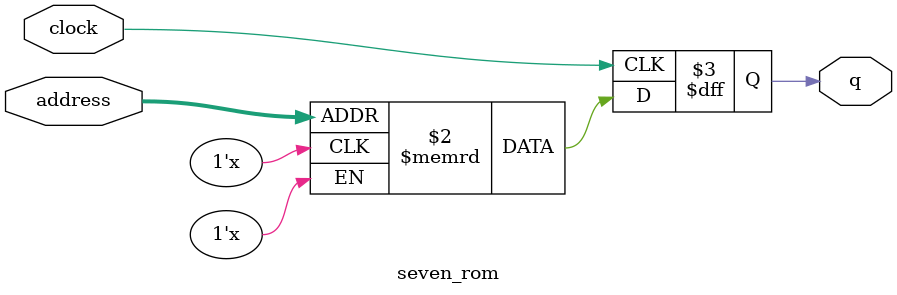
<source format=sv>
module seven_rom (
	input logic clock,
	input logic [8:0] address,
	output logic [0:0] q
);

logic [0:0] memory [0:511] /* synthesis ram_init_file = "./seven/seven.COE" */;

always_ff @ (posedge clock) begin
	q <= memory[address];
end

endmodule

</source>
